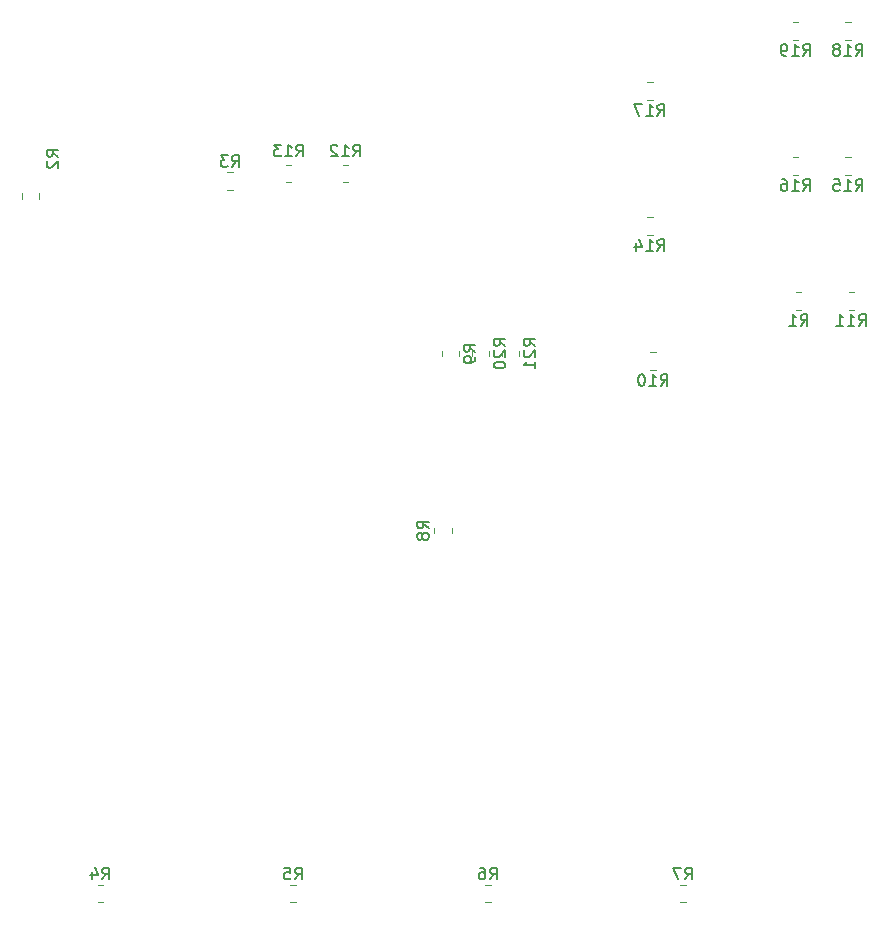
<source format=gbr>
%TF.GenerationSoftware,KiCad,Pcbnew,(5.1.12)-1*%
%TF.CreationDate,2022-08-13T13:45:03+02:00*%
%TF.ProjectId,petpuller,70657470-756c-46c6-9572-2e6b69636164,rev?*%
%TF.SameCoordinates,Original*%
%TF.FileFunction,Legend,Bot*%
%TF.FilePolarity,Positive*%
%FSLAX46Y46*%
G04 Gerber Fmt 4.6, Leading zero omitted, Abs format (unit mm)*
G04 Created by KiCad (PCBNEW (5.1.12)-1) date 2022-08-13 13:45:03*
%MOMM*%
%LPD*%
G01*
G04 APERTURE LIST*
%ADD10C,0.120000*%
%ADD11C,0.150000*%
G04 APERTURE END LIST*
D10*
%TO.C,R1*%
X179112936Y-52805000D02*
X179567064Y-52805000D01*
X179112936Y-51335000D02*
X179567064Y-51335000D01*
%TO.C,R2*%
X115035000Y-42952936D02*
X115035000Y-43407064D01*
X113565000Y-42952936D02*
X113565000Y-43407064D01*
%TO.C,R3*%
X131402064Y-42645000D02*
X130947936Y-42645000D01*
X131402064Y-41175000D02*
X130947936Y-41175000D01*
%TO.C,R4*%
X120434564Y-101500000D02*
X119980436Y-101500000D01*
X120434564Y-102970000D02*
X119980436Y-102970000D01*
%TO.C,R5*%
X136752064Y-102970000D02*
X136297936Y-102970000D01*
X136752064Y-101500000D02*
X136297936Y-101500000D01*
%TO.C,R6*%
X153262064Y-102970000D02*
X152807936Y-102970000D01*
X153262064Y-101500000D02*
X152807936Y-101500000D01*
%TO.C,R7*%
X169772064Y-101500000D02*
X169317936Y-101500000D01*
X169772064Y-102970000D02*
X169317936Y-102970000D01*
%TO.C,R8*%
X149960000Y-71257936D02*
X149960000Y-71712064D01*
X148490000Y-71257936D02*
X148490000Y-71712064D01*
%TO.C,R10*%
X166777936Y-56415000D02*
X167232064Y-56415000D01*
X166777936Y-57885000D02*
X167232064Y-57885000D01*
%TO.C,R11*%
X183557936Y-52805000D02*
X184012064Y-52805000D01*
X183557936Y-51335000D02*
X184012064Y-51335000D01*
%TO.C,R12*%
X140742936Y-42010000D02*
X141197064Y-42010000D01*
X140742936Y-40540000D02*
X141197064Y-40540000D01*
%TO.C,R13*%
X135932936Y-40540000D02*
X136387064Y-40540000D01*
X135932936Y-42010000D02*
X136387064Y-42010000D01*
%TO.C,R14*%
X166507936Y-44985000D02*
X166962064Y-44985000D01*
X166507936Y-46455000D02*
X166962064Y-46455000D01*
%TO.C,R15*%
X183287936Y-41375000D02*
X183742064Y-41375000D01*
X183287936Y-39905000D02*
X183742064Y-39905000D01*
%TO.C,R16*%
X178842936Y-39905000D02*
X179297064Y-39905000D01*
X178842936Y-41375000D02*
X179297064Y-41375000D01*
%TO.C,R17*%
X166507936Y-35025000D02*
X166962064Y-35025000D01*
X166507936Y-33555000D02*
X166962064Y-33555000D01*
%TO.C,R18*%
X183287936Y-28475000D02*
X183742064Y-28475000D01*
X183287936Y-29945000D02*
X183742064Y-29945000D01*
%TO.C,R19*%
X178842936Y-29945000D02*
X179297064Y-29945000D01*
X178842936Y-28475000D02*
X179297064Y-28475000D01*
%TO.C,R9*%
X149125000Y-56742064D02*
X149125000Y-56287936D01*
X150595000Y-56742064D02*
X150595000Y-56287936D01*
%TO.C,R20*%
X153135000Y-56742064D02*
X153135000Y-56287936D01*
X151665000Y-56742064D02*
X151665000Y-56287936D01*
%TO.C,R21*%
X154205000Y-56742064D02*
X154205000Y-56287936D01*
X155675000Y-56742064D02*
X155675000Y-56287936D01*
%TO.C,R1*%
D11*
X179506666Y-54172380D02*
X179840000Y-53696190D01*
X180078095Y-54172380D02*
X180078095Y-53172380D01*
X179697142Y-53172380D01*
X179601904Y-53220000D01*
X179554285Y-53267619D01*
X179506666Y-53362857D01*
X179506666Y-53505714D01*
X179554285Y-53600952D01*
X179601904Y-53648571D01*
X179697142Y-53696190D01*
X180078095Y-53696190D01*
X178554285Y-54172380D02*
X179125714Y-54172380D01*
X178840000Y-54172380D02*
X178840000Y-53172380D01*
X178935238Y-53315238D01*
X179030476Y-53410476D01*
X179125714Y-53458095D01*
%TO.C,R2*%
X116657380Y-39838333D02*
X116181190Y-39505000D01*
X116657380Y-39266904D02*
X115657380Y-39266904D01*
X115657380Y-39647857D01*
X115705000Y-39743095D01*
X115752619Y-39790714D01*
X115847857Y-39838333D01*
X115990714Y-39838333D01*
X116085952Y-39790714D01*
X116133571Y-39743095D01*
X116181190Y-39647857D01*
X116181190Y-39266904D01*
X115752619Y-40219285D02*
X115705000Y-40266904D01*
X115657380Y-40362142D01*
X115657380Y-40600238D01*
X115705000Y-40695476D01*
X115752619Y-40743095D01*
X115847857Y-40790714D01*
X115943095Y-40790714D01*
X116085952Y-40743095D01*
X116657380Y-40171666D01*
X116657380Y-40790714D01*
%TO.C,R3*%
X131341666Y-40712380D02*
X131675000Y-40236190D01*
X131913095Y-40712380D02*
X131913095Y-39712380D01*
X131532142Y-39712380D01*
X131436904Y-39760000D01*
X131389285Y-39807619D01*
X131341666Y-39902857D01*
X131341666Y-40045714D01*
X131389285Y-40140952D01*
X131436904Y-40188571D01*
X131532142Y-40236190D01*
X131913095Y-40236190D01*
X131008333Y-39712380D02*
X130389285Y-39712380D01*
X130722619Y-40093333D01*
X130579761Y-40093333D01*
X130484523Y-40140952D01*
X130436904Y-40188571D01*
X130389285Y-40283809D01*
X130389285Y-40521904D01*
X130436904Y-40617142D01*
X130484523Y-40664761D01*
X130579761Y-40712380D01*
X130865476Y-40712380D01*
X130960714Y-40664761D01*
X131008333Y-40617142D01*
%TO.C,R4*%
X120374166Y-101037380D02*
X120707500Y-100561190D01*
X120945595Y-101037380D02*
X120945595Y-100037380D01*
X120564642Y-100037380D01*
X120469404Y-100085000D01*
X120421785Y-100132619D01*
X120374166Y-100227857D01*
X120374166Y-100370714D01*
X120421785Y-100465952D01*
X120469404Y-100513571D01*
X120564642Y-100561190D01*
X120945595Y-100561190D01*
X119517023Y-100370714D02*
X119517023Y-101037380D01*
X119755119Y-99989761D02*
X119993214Y-100704047D01*
X119374166Y-100704047D01*
%TO.C,R5*%
X136691666Y-101037380D02*
X137025000Y-100561190D01*
X137263095Y-101037380D02*
X137263095Y-100037380D01*
X136882142Y-100037380D01*
X136786904Y-100085000D01*
X136739285Y-100132619D01*
X136691666Y-100227857D01*
X136691666Y-100370714D01*
X136739285Y-100465952D01*
X136786904Y-100513571D01*
X136882142Y-100561190D01*
X137263095Y-100561190D01*
X135786904Y-100037380D02*
X136263095Y-100037380D01*
X136310714Y-100513571D01*
X136263095Y-100465952D01*
X136167857Y-100418333D01*
X135929761Y-100418333D01*
X135834523Y-100465952D01*
X135786904Y-100513571D01*
X135739285Y-100608809D01*
X135739285Y-100846904D01*
X135786904Y-100942142D01*
X135834523Y-100989761D01*
X135929761Y-101037380D01*
X136167857Y-101037380D01*
X136263095Y-100989761D01*
X136310714Y-100942142D01*
%TO.C,R6*%
X153201666Y-101037380D02*
X153535000Y-100561190D01*
X153773095Y-101037380D02*
X153773095Y-100037380D01*
X153392142Y-100037380D01*
X153296904Y-100085000D01*
X153249285Y-100132619D01*
X153201666Y-100227857D01*
X153201666Y-100370714D01*
X153249285Y-100465952D01*
X153296904Y-100513571D01*
X153392142Y-100561190D01*
X153773095Y-100561190D01*
X152344523Y-100037380D02*
X152535000Y-100037380D01*
X152630238Y-100085000D01*
X152677857Y-100132619D01*
X152773095Y-100275476D01*
X152820714Y-100465952D01*
X152820714Y-100846904D01*
X152773095Y-100942142D01*
X152725476Y-100989761D01*
X152630238Y-101037380D01*
X152439761Y-101037380D01*
X152344523Y-100989761D01*
X152296904Y-100942142D01*
X152249285Y-100846904D01*
X152249285Y-100608809D01*
X152296904Y-100513571D01*
X152344523Y-100465952D01*
X152439761Y-100418333D01*
X152630238Y-100418333D01*
X152725476Y-100465952D01*
X152773095Y-100513571D01*
X152820714Y-100608809D01*
%TO.C,R7*%
X169711666Y-101037380D02*
X170045000Y-100561190D01*
X170283095Y-101037380D02*
X170283095Y-100037380D01*
X169902142Y-100037380D01*
X169806904Y-100085000D01*
X169759285Y-100132619D01*
X169711666Y-100227857D01*
X169711666Y-100370714D01*
X169759285Y-100465952D01*
X169806904Y-100513571D01*
X169902142Y-100561190D01*
X170283095Y-100561190D01*
X169378333Y-100037380D02*
X168711666Y-100037380D01*
X169140238Y-101037380D01*
%TO.C,R8*%
X148027380Y-71318333D02*
X147551190Y-70985000D01*
X148027380Y-70746904D02*
X147027380Y-70746904D01*
X147027380Y-71127857D01*
X147075000Y-71223095D01*
X147122619Y-71270714D01*
X147217857Y-71318333D01*
X147360714Y-71318333D01*
X147455952Y-71270714D01*
X147503571Y-71223095D01*
X147551190Y-71127857D01*
X147551190Y-70746904D01*
X147455952Y-71889761D02*
X147408333Y-71794523D01*
X147360714Y-71746904D01*
X147265476Y-71699285D01*
X147217857Y-71699285D01*
X147122619Y-71746904D01*
X147075000Y-71794523D01*
X147027380Y-71889761D01*
X147027380Y-72080238D01*
X147075000Y-72175476D01*
X147122619Y-72223095D01*
X147217857Y-72270714D01*
X147265476Y-72270714D01*
X147360714Y-72223095D01*
X147408333Y-72175476D01*
X147455952Y-72080238D01*
X147455952Y-71889761D01*
X147503571Y-71794523D01*
X147551190Y-71746904D01*
X147646428Y-71699285D01*
X147836904Y-71699285D01*
X147932142Y-71746904D01*
X147979761Y-71794523D01*
X148027380Y-71889761D01*
X148027380Y-72080238D01*
X147979761Y-72175476D01*
X147932142Y-72223095D01*
X147836904Y-72270714D01*
X147646428Y-72270714D01*
X147551190Y-72223095D01*
X147503571Y-72175476D01*
X147455952Y-72080238D01*
%TO.C,R10*%
X167647857Y-59252380D02*
X167981190Y-58776190D01*
X168219285Y-59252380D02*
X168219285Y-58252380D01*
X167838333Y-58252380D01*
X167743095Y-58300000D01*
X167695476Y-58347619D01*
X167647857Y-58442857D01*
X167647857Y-58585714D01*
X167695476Y-58680952D01*
X167743095Y-58728571D01*
X167838333Y-58776190D01*
X168219285Y-58776190D01*
X166695476Y-59252380D02*
X167266904Y-59252380D01*
X166981190Y-59252380D02*
X166981190Y-58252380D01*
X167076428Y-58395238D01*
X167171666Y-58490476D01*
X167266904Y-58538095D01*
X166076428Y-58252380D02*
X165981190Y-58252380D01*
X165885952Y-58300000D01*
X165838333Y-58347619D01*
X165790714Y-58442857D01*
X165743095Y-58633333D01*
X165743095Y-58871428D01*
X165790714Y-59061904D01*
X165838333Y-59157142D01*
X165885952Y-59204761D01*
X165981190Y-59252380D01*
X166076428Y-59252380D01*
X166171666Y-59204761D01*
X166219285Y-59157142D01*
X166266904Y-59061904D01*
X166314523Y-58871428D01*
X166314523Y-58633333D01*
X166266904Y-58442857D01*
X166219285Y-58347619D01*
X166171666Y-58300000D01*
X166076428Y-58252380D01*
%TO.C,R11*%
X184427857Y-54172380D02*
X184761190Y-53696190D01*
X184999285Y-54172380D02*
X184999285Y-53172380D01*
X184618333Y-53172380D01*
X184523095Y-53220000D01*
X184475476Y-53267619D01*
X184427857Y-53362857D01*
X184427857Y-53505714D01*
X184475476Y-53600952D01*
X184523095Y-53648571D01*
X184618333Y-53696190D01*
X184999285Y-53696190D01*
X183475476Y-54172380D02*
X184046904Y-54172380D01*
X183761190Y-54172380D02*
X183761190Y-53172380D01*
X183856428Y-53315238D01*
X183951666Y-53410476D01*
X184046904Y-53458095D01*
X182523095Y-54172380D02*
X183094523Y-54172380D01*
X182808809Y-54172380D02*
X182808809Y-53172380D01*
X182904047Y-53315238D01*
X182999285Y-53410476D01*
X183094523Y-53458095D01*
%TO.C,R12*%
X141612857Y-39822380D02*
X141946190Y-39346190D01*
X142184285Y-39822380D02*
X142184285Y-38822380D01*
X141803333Y-38822380D01*
X141708095Y-38870000D01*
X141660476Y-38917619D01*
X141612857Y-39012857D01*
X141612857Y-39155714D01*
X141660476Y-39250952D01*
X141708095Y-39298571D01*
X141803333Y-39346190D01*
X142184285Y-39346190D01*
X140660476Y-39822380D02*
X141231904Y-39822380D01*
X140946190Y-39822380D02*
X140946190Y-38822380D01*
X141041428Y-38965238D01*
X141136666Y-39060476D01*
X141231904Y-39108095D01*
X140279523Y-38917619D02*
X140231904Y-38870000D01*
X140136666Y-38822380D01*
X139898571Y-38822380D01*
X139803333Y-38870000D01*
X139755714Y-38917619D01*
X139708095Y-39012857D01*
X139708095Y-39108095D01*
X139755714Y-39250952D01*
X140327142Y-39822380D01*
X139708095Y-39822380D01*
%TO.C,R13*%
X136802857Y-39822380D02*
X137136190Y-39346190D01*
X137374285Y-39822380D02*
X137374285Y-38822380D01*
X136993333Y-38822380D01*
X136898095Y-38870000D01*
X136850476Y-38917619D01*
X136802857Y-39012857D01*
X136802857Y-39155714D01*
X136850476Y-39250952D01*
X136898095Y-39298571D01*
X136993333Y-39346190D01*
X137374285Y-39346190D01*
X135850476Y-39822380D02*
X136421904Y-39822380D01*
X136136190Y-39822380D02*
X136136190Y-38822380D01*
X136231428Y-38965238D01*
X136326666Y-39060476D01*
X136421904Y-39108095D01*
X135517142Y-38822380D02*
X134898095Y-38822380D01*
X135231428Y-39203333D01*
X135088571Y-39203333D01*
X134993333Y-39250952D01*
X134945714Y-39298571D01*
X134898095Y-39393809D01*
X134898095Y-39631904D01*
X134945714Y-39727142D01*
X134993333Y-39774761D01*
X135088571Y-39822380D01*
X135374285Y-39822380D01*
X135469523Y-39774761D01*
X135517142Y-39727142D01*
%TO.C,R14*%
X167377857Y-47822380D02*
X167711190Y-47346190D01*
X167949285Y-47822380D02*
X167949285Y-46822380D01*
X167568333Y-46822380D01*
X167473095Y-46870000D01*
X167425476Y-46917619D01*
X167377857Y-47012857D01*
X167377857Y-47155714D01*
X167425476Y-47250952D01*
X167473095Y-47298571D01*
X167568333Y-47346190D01*
X167949285Y-47346190D01*
X166425476Y-47822380D02*
X166996904Y-47822380D01*
X166711190Y-47822380D02*
X166711190Y-46822380D01*
X166806428Y-46965238D01*
X166901666Y-47060476D01*
X166996904Y-47108095D01*
X165568333Y-47155714D02*
X165568333Y-47822380D01*
X165806428Y-46774761D02*
X166044523Y-47489047D01*
X165425476Y-47489047D01*
%TO.C,R15*%
X184157857Y-42742380D02*
X184491190Y-42266190D01*
X184729285Y-42742380D02*
X184729285Y-41742380D01*
X184348333Y-41742380D01*
X184253095Y-41790000D01*
X184205476Y-41837619D01*
X184157857Y-41932857D01*
X184157857Y-42075714D01*
X184205476Y-42170952D01*
X184253095Y-42218571D01*
X184348333Y-42266190D01*
X184729285Y-42266190D01*
X183205476Y-42742380D02*
X183776904Y-42742380D01*
X183491190Y-42742380D02*
X183491190Y-41742380D01*
X183586428Y-41885238D01*
X183681666Y-41980476D01*
X183776904Y-42028095D01*
X182300714Y-41742380D02*
X182776904Y-41742380D01*
X182824523Y-42218571D01*
X182776904Y-42170952D01*
X182681666Y-42123333D01*
X182443571Y-42123333D01*
X182348333Y-42170952D01*
X182300714Y-42218571D01*
X182253095Y-42313809D01*
X182253095Y-42551904D01*
X182300714Y-42647142D01*
X182348333Y-42694761D01*
X182443571Y-42742380D01*
X182681666Y-42742380D01*
X182776904Y-42694761D01*
X182824523Y-42647142D01*
%TO.C,R16*%
X179712857Y-42742380D02*
X180046190Y-42266190D01*
X180284285Y-42742380D02*
X180284285Y-41742380D01*
X179903333Y-41742380D01*
X179808095Y-41790000D01*
X179760476Y-41837619D01*
X179712857Y-41932857D01*
X179712857Y-42075714D01*
X179760476Y-42170952D01*
X179808095Y-42218571D01*
X179903333Y-42266190D01*
X180284285Y-42266190D01*
X178760476Y-42742380D02*
X179331904Y-42742380D01*
X179046190Y-42742380D02*
X179046190Y-41742380D01*
X179141428Y-41885238D01*
X179236666Y-41980476D01*
X179331904Y-42028095D01*
X177903333Y-41742380D02*
X178093809Y-41742380D01*
X178189047Y-41790000D01*
X178236666Y-41837619D01*
X178331904Y-41980476D01*
X178379523Y-42170952D01*
X178379523Y-42551904D01*
X178331904Y-42647142D01*
X178284285Y-42694761D01*
X178189047Y-42742380D01*
X177998571Y-42742380D01*
X177903333Y-42694761D01*
X177855714Y-42647142D01*
X177808095Y-42551904D01*
X177808095Y-42313809D01*
X177855714Y-42218571D01*
X177903333Y-42170952D01*
X177998571Y-42123333D01*
X178189047Y-42123333D01*
X178284285Y-42170952D01*
X178331904Y-42218571D01*
X178379523Y-42313809D01*
%TO.C,R17*%
X167377857Y-36392380D02*
X167711190Y-35916190D01*
X167949285Y-36392380D02*
X167949285Y-35392380D01*
X167568333Y-35392380D01*
X167473095Y-35440000D01*
X167425476Y-35487619D01*
X167377857Y-35582857D01*
X167377857Y-35725714D01*
X167425476Y-35820952D01*
X167473095Y-35868571D01*
X167568333Y-35916190D01*
X167949285Y-35916190D01*
X166425476Y-36392380D02*
X166996904Y-36392380D01*
X166711190Y-36392380D02*
X166711190Y-35392380D01*
X166806428Y-35535238D01*
X166901666Y-35630476D01*
X166996904Y-35678095D01*
X166092142Y-35392380D02*
X165425476Y-35392380D01*
X165854047Y-36392380D01*
%TO.C,R18*%
X184157857Y-31312380D02*
X184491190Y-30836190D01*
X184729285Y-31312380D02*
X184729285Y-30312380D01*
X184348333Y-30312380D01*
X184253095Y-30360000D01*
X184205476Y-30407619D01*
X184157857Y-30502857D01*
X184157857Y-30645714D01*
X184205476Y-30740952D01*
X184253095Y-30788571D01*
X184348333Y-30836190D01*
X184729285Y-30836190D01*
X183205476Y-31312380D02*
X183776904Y-31312380D01*
X183491190Y-31312380D02*
X183491190Y-30312380D01*
X183586428Y-30455238D01*
X183681666Y-30550476D01*
X183776904Y-30598095D01*
X182634047Y-30740952D02*
X182729285Y-30693333D01*
X182776904Y-30645714D01*
X182824523Y-30550476D01*
X182824523Y-30502857D01*
X182776904Y-30407619D01*
X182729285Y-30360000D01*
X182634047Y-30312380D01*
X182443571Y-30312380D01*
X182348333Y-30360000D01*
X182300714Y-30407619D01*
X182253095Y-30502857D01*
X182253095Y-30550476D01*
X182300714Y-30645714D01*
X182348333Y-30693333D01*
X182443571Y-30740952D01*
X182634047Y-30740952D01*
X182729285Y-30788571D01*
X182776904Y-30836190D01*
X182824523Y-30931428D01*
X182824523Y-31121904D01*
X182776904Y-31217142D01*
X182729285Y-31264761D01*
X182634047Y-31312380D01*
X182443571Y-31312380D01*
X182348333Y-31264761D01*
X182300714Y-31217142D01*
X182253095Y-31121904D01*
X182253095Y-30931428D01*
X182300714Y-30836190D01*
X182348333Y-30788571D01*
X182443571Y-30740952D01*
%TO.C,R19*%
X179712857Y-31312380D02*
X180046190Y-30836190D01*
X180284285Y-31312380D02*
X180284285Y-30312380D01*
X179903333Y-30312380D01*
X179808095Y-30360000D01*
X179760476Y-30407619D01*
X179712857Y-30502857D01*
X179712857Y-30645714D01*
X179760476Y-30740952D01*
X179808095Y-30788571D01*
X179903333Y-30836190D01*
X180284285Y-30836190D01*
X178760476Y-31312380D02*
X179331904Y-31312380D01*
X179046190Y-31312380D02*
X179046190Y-30312380D01*
X179141428Y-30455238D01*
X179236666Y-30550476D01*
X179331904Y-30598095D01*
X178284285Y-31312380D02*
X178093809Y-31312380D01*
X177998571Y-31264761D01*
X177950952Y-31217142D01*
X177855714Y-31074285D01*
X177808095Y-30883809D01*
X177808095Y-30502857D01*
X177855714Y-30407619D01*
X177903333Y-30360000D01*
X177998571Y-30312380D01*
X178189047Y-30312380D01*
X178284285Y-30360000D01*
X178331904Y-30407619D01*
X178379523Y-30502857D01*
X178379523Y-30740952D01*
X178331904Y-30836190D01*
X178284285Y-30883809D01*
X178189047Y-30931428D01*
X177998571Y-30931428D01*
X177903333Y-30883809D01*
X177855714Y-30836190D01*
X177808095Y-30740952D01*
%TO.C,R9*%
X151962380Y-56348333D02*
X151486190Y-56015000D01*
X151962380Y-55776904D02*
X150962380Y-55776904D01*
X150962380Y-56157857D01*
X151010000Y-56253095D01*
X151057619Y-56300714D01*
X151152857Y-56348333D01*
X151295714Y-56348333D01*
X151390952Y-56300714D01*
X151438571Y-56253095D01*
X151486190Y-56157857D01*
X151486190Y-55776904D01*
X151962380Y-56824523D02*
X151962380Y-57015000D01*
X151914761Y-57110238D01*
X151867142Y-57157857D01*
X151724285Y-57253095D01*
X151533809Y-57300714D01*
X151152857Y-57300714D01*
X151057619Y-57253095D01*
X151010000Y-57205476D01*
X150962380Y-57110238D01*
X150962380Y-56919761D01*
X151010000Y-56824523D01*
X151057619Y-56776904D01*
X151152857Y-56729285D01*
X151390952Y-56729285D01*
X151486190Y-56776904D01*
X151533809Y-56824523D01*
X151581428Y-56919761D01*
X151581428Y-57110238D01*
X151533809Y-57205476D01*
X151486190Y-57253095D01*
X151390952Y-57300714D01*
%TO.C,R20*%
X154502380Y-55872142D02*
X154026190Y-55538809D01*
X154502380Y-55300714D02*
X153502380Y-55300714D01*
X153502380Y-55681666D01*
X153550000Y-55776904D01*
X153597619Y-55824523D01*
X153692857Y-55872142D01*
X153835714Y-55872142D01*
X153930952Y-55824523D01*
X153978571Y-55776904D01*
X154026190Y-55681666D01*
X154026190Y-55300714D01*
X153597619Y-56253095D02*
X153550000Y-56300714D01*
X153502380Y-56395952D01*
X153502380Y-56634047D01*
X153550000Y-56729285D01*
X153597619Y-56776904D01*
X153692857Y-56824523D01*
X153788095Y-56824523D01*
X153930952Y-56776904D01*
X154502380Y-56205476D01*
X154502380Y-56824523D01*
X153502380Y-57443571D02*
X153502380Y-57538809D01*
X153550000Y-57634047D01*
X153597619Y-57681666D01*
X153692857Y-57729285D01*
X153883333Y-57776904D01*
X154121428Y-57776904D01*
X154311904Y-57729285D01*
X154407142Y-57681666D01*
X154454761Y-57634047D01*
X154502380Y-57538809D01*
X154502380Y-57443571D01*
X154454761Y-57348333D01*
X154407142Y-57300714D01*
X154311904Y-57253095D01*
X154121428Y-57205476D01*
X153883333Y-57205476D01*
X153692857Y-57253095D01*
X153597619Y-57300714D01*
X153550000Y-57348333D01*
X153502380Y-57443571D01*
%TO.C,R21*%
X157042380Y-55872142D02*
X156566190Y-55538809D01*
X157042380Y-55300714D02*
X156042380Y-55300714D01*
X156042380Y-55681666D01*
X156090000Y-55776904D01*
X156137619Y-55824523D01*
X156232857Y-55872142D01*
X156375714Y-55872142D01*
X156470952Y-55824523D01*
X156518571Y-55776904D01*
X156566190Y-55681666D01*
X156566190Y-55300714D01*
X156137619Y-56253095D02*
X156090000Y-56300714D01*
X156042380Y-56395952D01*
X156042380Y-56634047D01*
X156090000Y-56729285D01*
X156137619Y-56776904D01*
X156232857Y-56824523D01*
X156328095Y-56824523D01*
X156470952Y-56776904D01*
X157042380Y-56205476D01*
X157042380Y-56824523D01*
X157042380Y-57776904D02*
X157042380Y-57205476D01*
X157042380Y-57491190D02*
X156042380Y-57491190D01*
X156185238Y-57395952D01*
X156280476Y-57300714D01*
X156328095Y-57205476D01*
%TD*%
M02*

</source>
